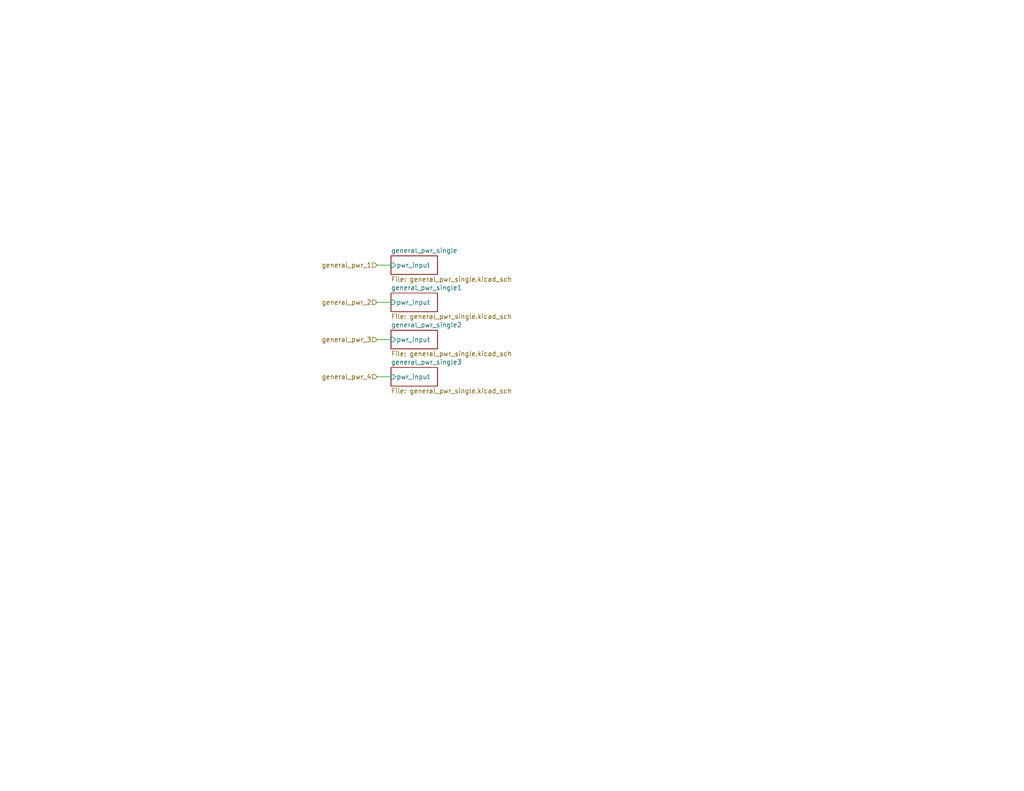
<source format=kicad_sch>
(kicad_sch (version 20230121) (generator eeschema)
  (paper "USLetter")
  (lib_symbols)
  (wire (pts (xy 102.87 102.87) (xy 106.68 102.87)))
  (wire (pts (xy 102.87 92.71) (xy 106.68 92.71)))
  (wire (pts (xy 102.87 72.39) (xy 106.68 72.39)))
  (wire (pts (xy 102.87 82.55) (xy 106.68 82.55)))
  (hierarchical_label "general_pwr_2" (shape input) (at 102.87 82.55 180))
  (hierarchical_label "general_pwr_1" (shape input) (at 102.87 72.39 180))
  (hierarchical_label "general_pwr_4" (shape input) (at 102.87 102.87 180))
  (hierarchical_label "general_pwr_3" (shape input) (at 102.87 92.71 180))
  (sheet (at 106.68 100.33) (size 12.7 5.08) (stroke (width 0.1524))
    (property "Sheetname" "general_pwr_single3" (at 106.68 99.6184 0) (effects (justify left bottom)))
    (property "Sheetfile" "general_pwr_single.kicad_sch" (at 106.68 105.9946 0) (effects (justify left top)))
    (pin "pwr_input" input (at 106.68 102.87 180))
  )
  (sheet (at 106.68 80.01) (size 12.7 5.08) (stroke (width 0.1524))
    (property "Sheetname" "general_pwr_single1" (at 106.68 79.2984 0) (effects (justify left bottom)))
    (property "Sheetfile" "general_pwr_single.kicad_sch" (at 106.68 85.6746 0) (effects (justify left top)))
    (pin "pwr_input" input (at 106.68 82.55 180))
  )
  (sheet (at 106.68 69.85) (size 12.7 5.08) (stroke (width 0.1524))
    (property "Sheetname" "general_pwr_single" (at 106.68 69.1384 0) (effects (justify left bottom)))
    (property "Sheetfile" "general_pwr_single.kicad_sch" (at 106.68 75.5146 0) (effects (justify left top)))
    (pin "pwr_input" input (at 106.68 72.39 180))
  )
  (sheet (at 106.68 90.17) (size 12.7 5.08) (stroke (width 0.1524))
    (property "Sheetname" "general_pwr_single2" (at 106.68 89.4584 0) (effects (justify left bottom)))
    (property "Sheetfile" "general_pwr_single.kicad_sch" (at 106.68 95.8346 0) (effects (justify left top)))
    (pin "pwr_input" input (at 106.68 92.71 180))
  )
)
</source>
